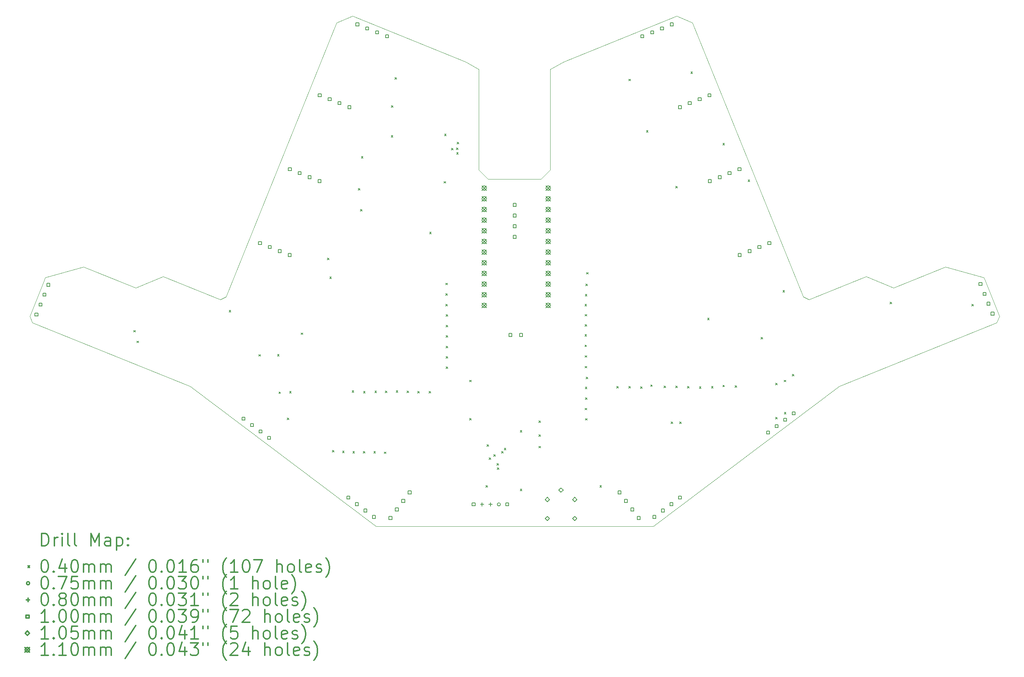
<source format=gbr>
%FSLAX45Y45*%
G04 Gerber Fmt 4.5, Leading zero omitted, Abs format (unit mm)*
G04 Created by KiCad (PCBNEW (5.1.4)-1) date 2023-10-04 21:41:19*
%MOMM*%
%LPD*%
G04 APERTURE LIST*
%ADD10C,0.050000*%
%ADD11C,0.200000*%
%ADD12C,0.300000*%
G04 APERTURE END LIST*
D10*
X14646000Y-7852000D02*
X15907000Y-7852000D01*
X16127000Y-7632000D02*
X15907000Y-7852000D01*
X14426327Y-7632000D02*
X14646000Y-7852000D01*
X5010515Y-9940312D02*
X4097855Y-10197124D01*
X6252941Y-10442285D02*
X5010515Y-9940312D01*
X8266797Y-10716668D02*
X6903837Y-10165997D01*
X4097855Y-10197124D02*
X4067887Y-10271299D01*
X11415472Y-3964517D02*
X11037952Y-4124764D01*
X11037952Y-4124764D02*
X8400722Y-10652139D01*
X8266797Y-10716668D02*
X8400722Y-10652139D01*
X6903837Y-10165997D02*
X6252941Y-10442285D01*
X16127000Y-5232000D02*
X16447000Y-5052000D01*
X19137855Y-3964517D02*
X16447000Y-5052000D01*
X11415472Y-3964517D02*
X14106327Y-5052000D01*
X14426327Y-5232000D02*
X14106327Y-5052000D01*
X14426327Y-5232000D02*
X14426327Y-7632000D01*
X3793304Y-11271251D02*
X7548399Y-12788408D01*
X4067887Y-10271299D02*
X3726995Y-11115036D01*
X3726995Y-11115036D02*
X3793304Y-11271251D01*
X7548399Y-12788408D02*
X11973145Y-16118426D01*
X26455471Y-10197124D02*
X26485440Y-10271299D01*
X26826332Y-11115036D02*
X26760023Y-11271251D01*
X26760023Y-11271251D02*
X23004928Y-12788408D01*
X24300385Y-10442285D02*
X25542812Y-9940312D01*
X22286530Y-10716668D02*
X22152605Y-10652139D01*
X23004928Y-12788408D02*
X18580182Y-16118426D01*
X22286530Y-10716668D02*
X23649490Y-10165997D01*
X26485440Y-10271299D02*
X26826332Y-11115036D01*
X19515374Y-4124764D02*
X22152605Y-10652139D01*
X19137855Y-3964517D02*
X19515374Y-4124764D01*
X25542812Y-9940312D02*
X26455471Y-10197124D01*
X23649490Y-10165997D02*
X24300385Y-10442285D01*
X11973145Y-16118426D02*
X18580182Y-16118426D01*
X16127000Y-5232000D02*
X16127000Y-7632000D01*
D11*
X6202000Y-11452000D02*
X6242000Y-11492000D01*
X6242000Y-11452000D02*
X6202000Y-11492000D01*
X6277000Y-11707000D02*
X6317000Y-11747000D01*
X6317000Y-11707000D02*
X6277000Y-11747000D01*
X8477000Y-10972000D02*
X8517000Y-11012000D01*
X8517000Y-10972000D02*
X8477000Y-11012000D01*
X9182000Y-12027000D02*
X9222000Y-12067000D01*
X9222000Y-12027000D02*
X9182000Y-12067000D01*
X9627000Y-12022000D02*
X9667000Y-12062000D01*
X9667000Y-12022000D02*
X9627000Y-12062000D01*
X9662000Y-12917000D02*
X9702000Y-12957000D01*
X9702000Y-12917000D02*
X9662000Y-12957000D01*
X9862000Y-13537000D02*
X9902000Y-13577000D01*
X9902000Y-13537000D02*
X9862000Y-13577000D01*
X9917000Y-12907000D02*
X9957000Y-12947000D01*
X9957000Y-12907000D02*
X9917000Y-12947000D01*
X10192000Y-11512000D02*
X10232000Y-11552000D01*
X10232000Y-11512000D02*
X10192000Y-11552000D01*
X10817000Y-9732000D02*
X10857000Y-9772000D01*
X10857000Y-9732000D02*
X10817000Y-9772000D01*
X10872000Y-10177000D02*
X10912000Y-10217000D01*
X10912000Y-10177000D02*
X10872000Y-10217000D01*
X10934727Y-14307400D02*
X10974727Y-14347400D01*
X10974727Y-14307400D02*
X10934727Y-14347400D01*
X11177000Y-14327000D02*
X11217000Y-14367000D01*
X11217000Y-14327000D02*
X11177000Y-14367000D01*
X11407000Y-12887000D02*
X11447000Y-12927000D01*
X11447000Y-12887000D02*
X11407000Y-12927000D01*
X11422000Y-14337000D02*
X11462000Y-14377000D01*
X11462000Y-14337000D02*
X11422000Y-14377000D01*
X11552000Y-8067000D02*
X11592000Y-8107000D01*
X11592000Y-8067000D02*
X11552000Y-8107000D01*
X11602000Y-8567000D02*
X11642000Y-8607000D01*
X11642000Y-8567000D02*
X11602000Y-8607000D01*
X11627000Y-7307000D02*
X11667000Y-7347000D01*
X11667000Y-7307000D02*
X11627000Y-7347000D01*
X11672000Y-14332000D02*
X11712000Y-14372000D01*
X11712000Y-14332000D02*
X11672000Y-14372000D01*
X11677000Y-12907000D02*
X11717000Y-12947000D01*
X11717000Y-12907000D02*
X11677000Y-12947000D01*
X11922000Y-14337000D02*
X11962000Y-14377000D01*
X11962000Y-14337000D02*
X11922000Y-14377000D01*
X11947000Y-12897000D02*
X11987000Y-12937000D01*
X11987000Y-12897000D02*
X11947000Y-12937000D01*
X12172000Y-14347000D02*
X12212000Y-14387000D01*
X12212000Y-14347000D02*
X12172000Y-14387000D01*
X12197000Y-12897000D02*
X12237000Y-12937000D01*
X12237000Y-12897000D02*
X12197000Y-12937000D01*
X12337000Y-6807000D02*
X12377000Y-6847000D01*
X12377000Y-6807000D02*
X12337000Y-6847000D01*
X12342000Y-6097000D02*
X12382000Y-6137000D01*
X12382000Y-6097000D02*
X12342000Y-6137000D01*
X12424300Y-5430731D02*
X12464300Y-5470731D01*
X12464300Y-5430731D02*
X12424300Y-5470731D01*
X12457000Y-12887000D02*
X12497000Y-12927000D01*
X12497000Y-12887000D02*
X12457000Y-12927000D01*
X12717000Y-12897000D02*
X12757000Y-12937000D01*
X12757000Y-12897000D02*
X12717000Y-12937000D01*
X12967000Y-12907000D02*
X13007000Y-12947000D01*
X13007000Y-12907000D02*
X12967000Y-12947000D01*
X13237000Y-12907000D02*
X13277000Y-12947000D01*
X13277000Y-12907000D02*
X13237000Y-12947000D01*
X13252000Y-9112000D02*
X13292000Y-9152000D01*
X13292000Y-9112000D02*
X13252000Y-9152000D01*
X13594006Y-7903608D02*
X13634006Y-7943608D01*
X13634006Y-7903608D02*
X13594006Y-7943608D01*
X13607000Y-6777000D02*
X13647000Y-6817000D01*
X13647000Y-6777000D02*
X13607000Y-6817000D01*
X13637000Y-10327000D02*
X13677000Y-10367000D01*
X13677000Y-10327000D02*
X13637000Y-10367000D01*
X13637000Y-10577000D02*
X13677000Y-10617000D01*
X13677000Y-10577000D02*
X13637000Y-10617000D01*
X13637000Y-10827000D02*
X13677000Y-10867000D01*
X13677000Y-10827000D02*
X13637000Y-10867000D01*
X13647000Y-11077000D02*
X13687000Y-11117000D01*
X13687000Y-11077000D02*
X13647000Y-11117000D01*
X13647000Y-11327000D02*
X13687000Y-11367000D01*
X13687000Y-11327000D02*
X13647000Y-11367000D01*
X13647000Y-11577000D02*
X13687000Y-11617000D01*
X13687000Y-11577000D02*
X13647000Y-11617000D01*
X13647000Y-11827000D02*
X13687000Y-11867000D01*
X13687000Y-11827000D02*
X13647000Y-11867000D01*
X13647000Y-12077000D02*
X13687000Y-12117000D01*
X13687000Y-12077000D02*
X13647000Y-12117000D01*
X13647000Y-12322000D02*
X13687000Y-12362000D01*
X13687000Y-12322000D02*
X13647000Y-12362000D01*
X13775293Y-7115019D02*
X13815293Y-7155019D01*
X13815293Y-7115019D02*
X13775293Y-7155019D01*
X13892000Y-7107000D02*
X13932000Y-7147000D01*
X13932000Y-7107000D02*
X13892000Y-7147000D01*
X13894300Y-7211965D02*
X13934300Y-7251965D01*
X13934300Y-7211965D02*
X13894300Y-7251965D01*
X13906723Y-6967555D02*
X13946723Y-7007555D01*
X13946723Y-6967555D02*
X13906723Y-7007555D01*
X14207000Y-12637000D02*
X14247000Y-12677000D01*
X14247000Y-12637000D02*
X14207000Y-12677000D01*
X14207000Y-13547000D02*
X14247000Y-13587000D01*
X14247000Y-13547000D02*
X14207000Y-13587000D01*
X14592000Y-15147000D02*
X14632000Y-15187000D01*
X14632000Y-15147000D02*
X14592000Y-15187000D01*
X14617288Y-14174701D02*
X14657288Y-14214701D01*
X14657288Y-14174701D02*
X14617288Y-14214701D01*
X14672000Y-14487000D02*
X14712000Y-14527000D01*
X14712000Y-14487000D02*
X14672000Y-14527000D01*
X14778952Y-14410435D02*
X14818952Y-14450435D01*
X14818952Y-14410435D02*
X14778952Y-14450435D01*
X14859122Y-14621843D02*
X14899122Y-14661843D01*
X14899122Y-14621843D02*
X14859122Y-14661843D01*
X14866120Y-14721599D02*
X14906120Y-14761599D01*
X14906120Y-14721599D02*
X14866120Y-14761599D01*
X14968836Y-14337734D02*
X15008836Y-14377734D01*
X15008836Y-14337734D02*
X14968836Y-14377734D01*
X15028786Y-14257696D02*
X15068786Y-14297696D01*
X15068786Y-14257696D02*
X15028786Y-14297696D01*
X15411000Y-13833000D02*
X15451000Y-13873000D01*
X15451000Y-13833000D02*
X15411000Y-13873000D01*
X15411000Y-15233000D02*
X15451000Y-15273000D01*
X15451000Y-15233000D02*
X15411000Y-15273000D01*
X15852802Y-13937000D02*
X15892802Y-13977000D01*
X15892802Y-13937000D02*
X15852802Y-13977000D01*
X15852802Y-14212294D02*
X15892802Y-14252294D01*
X15892802Y-14212294D02*
X15852802Y-14252294D01*
X15854299Y-13607000D02*
X15894299Y-13647000D01*
X15894299Y-13607000D02*
X15854299Y-13647000D01*
X16951430Y-11552300D02*
X16991430Y-11592300D01*
X16991430Y-11552300D02*
X16951430Y-11592300D01*
X16951430Y-11798680D02*
X16991430Y-11838680D01*
X16991430Y-11798680D02*
X16951430Y-11838680D01*
X16952700Y-10832210D02*
X16992700Y-10872210D01*
X16992700Y-10832210D02*
X16952700Y-10872210D01*
X16955240Y-12306680D02*
X16995240Y-12346680D01*
X16995240Y-12306680D02*
X16955240Y-12346680D01*
X16957000Y-13307000D02*
X16997000Y-13347000D01*
X16997000Y-13307000D02*
X16957000Y-13347000D01*
X16957780Y-11311000D02*
X16997780Y-11351000D01*
X16997780Y-11311000D02*
X16957780Y-11351000D01*
X16959050Y-11070970D02*
X16999050Y-11110970D01*
X16999050Y-11070970D02*
X16959050Y-11110970D01*
X16959050Y-12053950D02*
X16999050Y-12093950D01*
X16999050Y-12053950D02*
X16959050Y-12093950D01*
X16960320Y-10590910D02*
X17000320Y-10630910D01*
X17000320Y-10590910D02*
X16960320Y-10630910D01*
X16960320Y-12804520D02*
X17000320Y-12844520D01*
X17000320Y-12804520D02*
X16960320Y-12844520D01*
X16962000Y-13552000D02*
X17002000Y-13592000D01*
X17002000Y-13552000D02*
X16962000Y-13592000D01*
X16967000Y-13057000D02*
X17007000Y-13097000D01*
X17007000Y-13057000D02*
X16967000Y-13097000D01*
X16975560Y-10347070D02*
X17015560Y-10387070D01*
X17015560Y-10347070D02*
X16975560Y-10387070D01*
X16984450Y-12563220D02*
X17024450Y-12603220D01*
X17024450Y-12563220D02*
X16984450Y-12603220D01*
X16986990Y-10071480D02*
X17026990Y-10111480D01*
X17026990Y-10071480D02*
X16986990Y-10111480D01*
X17307000Y-15147000D02*
X17347000Y-15187000D01*
X17347000Y-15147000D02*
X17307000Y-15187000D01*
X17707000Y-12787000D02*
X17747000Y-12827000D01*
X17747000Y-12787000D02*
X17707000Y-12827000D01*
X17997000Y-12787000D02*
X18037000Y-12827000D01*
X18037000Y-12787000D02*
X17997000Y-12827000D01*
X17998560Y-5465824D02*
X18038560Y-5505824D01*
X18038560Y-5465824D02*
X17998560Y-5505824D01*
X18277000Y-12797000D02*
X18317000Y-12837000D01*
X18317000Y-12797000D02*
X18277000Y-12837000D01*
X18415740Y-6690740D02*
X18455740Y-6730740D01*
X18455740Y-6690740D02*
X18415740Y-6730740D01*
X18517000Y-12747000D02*
X18557000Y-12787000D01*
X18557000Y-12747000D02*
X18517000Y-12787000D01*
X18837000Y-12777000D02*
X18877000Y-12817000D01*
X18877000Y-12777000D02*
X18837000Y-12817000D01*
X19007000Y-13632000D02*
X19047000Y-13672000D01*
X19047000Y-13632000D02*
X19007000Y-13672000D01*
X19117000Y-8017000D02*
X19157000Y-8057000D01*
X19157000Y-8017000D02*
X19117000Y-8057000D01*
X19117000Y-12777000D02*
X19157000Y-12817000D01*
X19157000Y-12777000D02*
X19117000Y-12817000D01*
X19209692Y-13631661D02*
X19249692Y-13671661D01*
X19249692Y-13631661D02*
X19209692Y-13671661D01*
X19397000Y-12787000D02*
X19437000Y-12827000D01*
X19437000Y-12787000D02*
X19397000Y-12827000D01*
X19474500Y-5294500D02*
X19514500Y-5334500D01*
X19514500Y-5294500D02*
X19474500Y-5334500D01*
X19677000Y-12797000D02*
X19717000Y-12837000D01*
X19717000Y-12797000D02*
X19677000Y-12837000D01*
X19872000Y-11162000D02*
X19912000Y-11202000D01*
X19912000Y-11162000D02*
X19872000Y-11202000D01*
X19967000Y-12787000D02*
X20007000Y-12827000D01*
X20007000Y-12787000D02*
X19967000Y-12827000D01*
X20237000Y-6997000D02*
X20277000Y-7037000D01*
X20277000Y-6997000D02*
X20237000Y-7037000D01*
X20237000Y-12757000D02*
X20277000Y-12797000D01*
X20277000Y-12757000D02*
X20237000Y-12797000D01*
X20527000Y-12767000D02*
X20567000Y-12807000D01*
X20567000Y-12767000D02*
X20527000Y-12807000D01*
X20837000Y-7867000D02*
X20877000Y-7907000D01*
X20877000Y-7867000D02*
X20837000Y-7907000D01*
X21147000Y-11617000D02*
X21187000Y-11657000D01*
X21187000Y-11617000D02*
X21147000Y-11657000D01*
X21497000Y-12712000D02*
X21537000Y-12752000D01*
X21537000Y-12712000D02*
X21497000Y-12752000D01*
X21497000Y-13522000D02*
X21537000Y-13562000D01*
X21537000Y-13522000D02*
X21497000Y-13562000D01*
X21667000Y-10497000D02*
X21707000Y-10537000D01*
X21707000Y-10497000D02*
X21667000Y-10537000D01*
X21697000Y-12637000D02*
X21737000Y-12677000D01*
X21737000Y-12637000D02*
X21697000Y-12677000D01*
X21702000Y-13402000D02*
X21742000Y-13442000D01*
X21742000Y-13402000D02*
X21702000Y-13442000D01*
X21892000Y-12497000D02*
X21932000Y-12537000D01*
X21932000Y-12497000D02*
X21892000Y-12537000D01*
X24219026Y-10779026D02*
X24259026Y-10819026D01*
X24259026Y-10779026D02*
X24219026Y-10819026D01*
X26167978Y-10827979D02*
X26207978Y-10867979D01*
X26207978Y-10827979D02*
X26167978Y-10867979D01*
X14939500Y-15597000D02*
G75*
G03X14939500Y-15597000I-37500J0D01*
G01*
X14502000Y-15557000D02*
X14502000Y-15637000D01*
X14462000Y-15597000D02*
X14542000Y-15597000D01*
X14702000Y-15557000D02*
X14702000Y-15637000D01*
X14662000Y-15597000D02*
X14742000Y-15597000D01*
X12353793Y-15956165D02*
X12353793Y-15885454D01*
X12283082Y-15885454D01*
X12283082Y-15956165D01*
X12353793Y-15956165D01*
X12506654Y-15753312D02*
X12506654Y-15682600D01*
X12435943Y-15682600D01*
X12435943Y-15753312D01*
X12506654Y-15753312D01*
X12659515Y-15550458D02*
X12659515Y-15479747D01*
X12588804Y-15479747D01*
X12588804Y-15550458D01*
X12659515Y-15550458D01*
X12812376Y-15347605D02*
X12812376Y-15276893D01*
X12741665Y-15276893D01*
X12741665Y-15347605D01*
X12812376Y-15347605D01*
X3921905Y-11108870D02*
X3921905Y-11038158D01*
X3851194Y-11038158D01*
X3851194Y-11108870D01*
X3921905Y-11108870D01*
X4017056Y-10873365D02*
X4017056Y-10802654D01*
X3946344Y-10802654D01*
X3946344Y-10873365D01*
X4017056Y-10873365D01*
X4112206Y-10637860D02*
X4112206Y-10567149D01*
X4041494Y-10567149D01*
X4041494Y-10637860D01*
X4112206Y-10637860D01*
X4207356Y-10402356D02*
X4207356Y-10331644D01*
X4136644Y-10331644D01*
X4136644Y-10402356D01*
X4207356Y-10402356D01*
X26410751Y-10381314D02*
X26410751Y-10310603D01*
X26340039Y-10310603D01*
X26340039Y-10381314D01*
X26410751Y-10381314D01*
X26505901Y-10616819D02*
X26505901Y-10546108D01*
X26435189Y-10546108D01*
X26435189Y-10616819D01*
X26505901Y-10616819D01*
X26601051Y-10852324D02*
X26601051Y-10781612D01*
X26530339Y-10781612D01*
X26530339Y-10852324D01*
X26601051Y-10852324D01*
X26696201Y-11087829D02*
X26696201Y-11017117D01*
X26625490Y-11017117D01*
X26625490Y-11087829D01*
X26696201Y-11087829D01*
X11567235Y-4197250D02*
X11567235Y-4126539D01*
X11496524Y-4126539D01*
X11496524Y-4197250D01*
X11567235Y-4197250D01*
X11802740Y-4292400D02*
X11802740Y-4221689D01*
X11732028Y-4221689D01*
X11732028Y-4292400D01*
X11802740Y-4292400D01*
X12038245Y-4387550D02*
X12038245Y-4316839D01*
X11967533Y-4316839D01*
X11967533Y-4387550D01*
X12038245Y-4387550D01*
X12273749Y-4482700D02*
X12273749Y-4411989D01*
X12203038Y-4411989D01*
X12203038Y-4482700D01*
X12273749Y-4482700D01*
X19249438Y-6169286D02*
X19249438Y-6098574D01*
X19178727Y-6098574D01*
X19178727Y-6169286D01*
X19249438Y-6169286D01*
X19484943Y-6074136D02*
X19484943Y-6003424D01*
X19414231Y-6003424D01*
X19414231Y-6074136D01*
X19484943Y-6074136D01*
X19720447Y-5978986D02*
X19720447Y-5908274D01*
X19649736Y-5908274D01*
X19649736Y-5978986D01*
X19720447Y-5978986D01*
X19955952Y-5883836D02*
X19955952Y-5813124D01*
X19885241Y-5813124D01*
X19885241Y-5883836D01*
X19955952Y-5883836D01*
X9958293Y-7645627D02*
X9958293Y-7574916D01*
X9887582Y-7574916D01*
X9887582Y-7645627D01*
X9958293Y-7645627D01*
X10193798Y-7740777D02*
X10193798Y-7670066D01*
X10123087Y-7670066D01*
X10123087Y-7740777D01*
X10193798Y-7740777D01*
X10429303Y-7835927D02*
X10429303Y-7765216D01*
X10358591Y-7765216D01*
X10358591Y-7835927D01*
X10429303Y-7835927D01*
X10664808Y-7931078D02*
X10664808Y-7860366D01*
X10594096Y-7860366D01*
X10594096Y-7931078D01*
X10664808Y-7931078D01*
X8853795Y-13588773D02*
X8853795Y-13518061D01*
X8783084Y-13518061D01*
X8783084Y-13588773D01*
X8853795Y-13588773D01*
X9056649Y-13741634D02*
X9056649Y-13670922D01*
X8985938Y-13670922D01*
X8985938Y-13741634D01*
X9056649Y-13741634D01*
X9259502Y-13894495D02*
X9259502Y-13823783D01*
X9188791Y-13823783D01*
X9188791Y-13894495D01*
X9259502Y-13894495D01*
X9462356Y-14047356D02*
X9462356Y-13976644D01*
X9391644Y-13976644D01*
X9391644Y-14047356D01*
X9462356Y-14047356D01*
X17812629Y-15347667D02*
X17812629Y-15276956D01*
X17741918Y-15276956D01*
X17741918Y-15347667D01*
X17812629Y-15347667D01*
X17965490Y-15550521D02*
X17965490Y-15479809D01*
X17894779Y-15479809D01*
X17894779Y-15550521D01*
X17965490Y-15550521D01*
X18118351Y-15753374D02*
X18118351Y-15682663D01*
X18047640Y-15682663D01*
X18047640Y-15753374D01*
X18118351Y-15753374D01*
X18271212Y-15956228D02*
X18271212Y-15885516D01*
X18200501Y-15885516D01*
X18200501Y-15956228D01*
X18271212Y-15956228D01*
X18352249Y-4482558D02*
X18352249Y-4411846D01*
X18281537Y-4411846D01*
X18281537Y-4482558D01*
X18352249Y-4482558D01*
X18587753Y-4387408D02*
X18587753Y-4316696D01*
X18517042Y-4316696D01*
X18517042Y-4387408D01*
X18587753Y-4387408D01*
X18823258Y-4292258D02*
X18823258Y-4221546D01*
X18752547Y-4221546D01*
X18752547Y-4292258D01*
X18823258Y-4292258D01*
X19058763Y-4197108D02*
X19058763Y-4126396D01*
X18988051Y-4126396D01*
X18988051Y-4197108D01*
X19058763Y-4197108D01*
X21349232Y-13921320D02*
X21349232Y-13850609D01*
X21278521Y-13850609D01*
X21278521Y-13921320D01*
X21349232Y-13921320D01*
X21552086Y-13768459D02*
X21552086Y-13697748D01*
X21481374Y-13697748D01*
X21481374Y-13768459D01*
X21552086Y-13768459D01*
X21754939Y-13615598D02*
X21754939Y-13544887D01*
X21684228Y-13544887D01*
X21684228Y-13615598D01*
X21754939Y-13615598D01*
X21957793Y-13462737D02*
X21957793Y-13392026D01*
X21887081Y-13392026D01*
X21887081Y-13462737D01*
X21957793Y-13462737D01*
X18643795Y-15930939D02*
X18643795Y-15860227D01*
X18573084Y-15860227D01*
X18573084Y-15930939D01*
X18643795Y-15930939D01*
X18846649Y-15778078D02*
X18846649Y-15707366D01*
X18775938Y-15707366D01*
X18775938Y-15778078D01*
X18846649Y-15778078D01*
X19049502Y-15625217D02*
X19049502Y-15554505D01*
X18978791Y-15554505D01*
X18978791Y-15625217D01*
X19049502Y-15625217D01*
X19252356Y-15472356D02*
X19252356Y-15401644D01*
X19181644Y-15401644D01*
X19181644Y-15472356D01*
X19252356Y-15472356D01*
X19961190Y-7930935D02*
X19961190Y-7860224D01*
X19890479Y-7860224D01*
X19890479Y-7930935D01*
X19961190Y-7930935D01*
X20196695Y-7835785D02*
X20196695Y-7765074D01*
X20125984Y-7765074D01*
X20125984Y-7835785D01*
X20196695Y-7835785D01*
X20432200Y-7740635D02*
X20432200Y-7669924D01*
X20361488Y-7669924D01*
X20361488Y-7740635D01*
X20432200Y-7740635D01*
X20667705Y-7645485D02*
X20667705Y-7574773D01*
X20596993Y-7574773D01*
X20596993Y-7645485D01*
X20667705Y-7645485D01*
X15312356Y-8497356D02*
X15312356Y-8426644D01*
X15241644Y-8426644D01*
X15241644Y-8497356D01*
X15312356Y-8497356D01*
X15312356Y-8751356D02*
X15312356Y-8680644D01*
X15241644Y-8680644D01*
X15241644Y-8751356D01*
X15312356Y-8751356D01*
X15312356Y-9005356D02*
X15312356Y-8934644D01*
X15241644Y-8934644D01*
X15241644Y-9005356D01*
X15312356Y-9005356D01*
X15312356Y-9259356D02*
X15312356Y-9188644D01*
X15241644Y-9188644D01*
X15241644Y-9259356D01*
X15312356Y-9259356D01*
X15212356Y-11597356D02*
X15212356Y-11526644D01*
X15141644Y-11526644D01*
X15141644Y-11597356D01*
X15212356Y-11597356D01*
X15466356Y-11597356D02*
X15466356Y-11526644D01*
X15395644Y-11526644D01*
X15395644Y-11597356D01*
X15466356Y-11597356D01*
X10670046Y-5883978D02*
X10670046Y-5813267D01*
X10599335Y-5813267D01*
X10599335Y-5883978D01*
X10670046Y-5883978D01*
X10905551Y-5979128D02*
X10905551Y-5908417D01*
X10834839Y-5908417D01*
X10834839Y-5979128D01*
X10905551Y-5979128D01*
X11141055Y-6074278D02*
X11141055Y-6003567D01*
X11070344Y-6003567D01*
X11070344Y-6074278D01*
X11141055Y-6074278D01*
X11376560Y-6169428D02*
X11376560Y-6098717D01*
X11305849Y-6098717D01*
X11305849Y-6169428D01*
X11376560Y-6169428D01*
X9246541Y-9407277D02*
X9246541Y-9336565D01*
X9175829Y-9336565D01*
X9175829Y-9407277D01*
X9246541Y-9407277D01*
X9482046Y-9502427D02*
X9482046Y-9431715D01*
X9411334Y-9431715D01*
X9411334Y-9502427D01*
X9482046Y-9502427D01*
X9717550Y-9597577D02*
X9717550Y-9526865D01*
X9646839Y-9526865D01*
X9646839Y-9597577D01*
X9717550Y-9597577D01*
X9953055Y-9692727D02*
X9953055Y-9622016D01*
X9882344Y-9622016D01*
X9882344Y-9692727D01*
X9953055Y-9692727D01*
X14337356Y-15632356D02*
X14337356Y-15561644D01*
X14266644Y-15561644D01*
X14266644Y-15632356D01*
X14337356Y-15632356D01*
X15137356Y-15632356D02*
X15137356Y-15561644D01*
X15066644Y-15561644D01*
X15066644Y-15632356D01*
X15137356Y-15632356D01*
X20672943Y-9692584D02*
X20672943Y-9621873D01*
X20602232Y-9621873D01*
X20602232Y-9692584D01*
X20672943Y-9692584D01*
X20908448Y-9597434D02*
X20908448Y-9526723D01*
X20837736Y-9526723D01*
X20837736Y-9597434D01*
X20908448Y-9597434D01*
X21143952Y-9502284D02*
X21143952Y-9431573D01*
X21073241Y-9431573D01*
X21073241Y-9502284D01*
X21143952Y-9502284D01*
X21379457Y-9407134D02*
X21379457Y-9336423D01*
X21308746Y-9336423D01*
X21308746Y-9407134D01*
X21379457Y-9407134D01*
X11352356Y-15472356D02*
X11352356Y-15401644D01*
X11281644Y-15401644D01*
X11281644Y-15472356D01*
X11352356Y-15472356D01*
X11555209Y-15625217D02*
X11555209Y-15554505D01*
X11484498Y-15554505D01*
X11484498Y-15625217D01*
X11555209Y-15625217D01*
X11758062Y-15778078D02*
X11758062Y-15707366D01*
X11687351Y-15707366D01*
X11687351Y-15778078D01*
X11758062Y-15778078D01*
X11960916Y-15930939D02*
X11960916Y-15860227D01*
X11890205Y-15860227D01*
X11890205Y-15930939D01*
X11960916Y-15930939D01*
X16057000Y-15534500D02*
X16109500Y-15482000D01*
X16057000Y-15429500D01*
X16004500Y-15482000D01*
X16057000Y-15534500D01*
X16057000Y-15984500D02*
X16109500Y-15932000D01*
X16057000Y-15879500D01*
X16004500Y-15932000D01*
X16057000Y-15984500D01*
X16382000Y-15309500D02*
X16434500Y-15257000D01*
X16382000Y-15204500D01*
X16329500Y-15257000D01*
X16382000Y-15309500D01*
X16707000Y-15534500D02*
X16759500Y-15482000D01*
X16707000Y-15429500D01*
X16654500Y-15482000D01*
X16707000Y-15534500D01*
X16707000Y-15984500D02*
X16759500Y-15932000D01*
X16707000Y-15879500D01*
X16654500Y-15932000D01*
X16707000Y-15984500D01*
X14498000Y-8007000D02*
X14608000Y-8117000D01*
X14608000Y-8007000D02*
X14498000Y-8117000D01*
X14608000Y-8062000D02*
G75*
G03X14608000Y-8062000I-55000J0D01*
G01*
X14498000Y-8261000D02*
X14608000Y-8371000D01*
X14608000Y-8261000D02*
X14498000Y-8371000D01*
X14608000Y-8316000D02*
G75*
G03X14608000Y-8316000I-55000J0D01*
G01*
X14498000Y-8515000D02*
X14608000Y-8625000D01*
X14608000Y-8515000D02*
X14498000Y-8625000D01*
X14608000Y-8570000D02*
G75*
G03X14608000Y-8570000I-55000J0D01*
G01*
X14498000Y-8769000D02*
X14608000Y-8879000D01*
X14608000Y-8769000D02*
X14498000Y-8879000D01*
X14608000Y-8824000D02*
G75*
G03X14608000Y-8824000I-55000J0D01*
G01*
X14498000Y-9023000D02*
X14608000Y-9133000D01*
X14608000Y-9023000D02*
X14498000Y-9133000D01*
X14608000Y-9078000D02*
G75*
G03X14608000Y-9078000I-55000J0D01*
G01*
X14498000Y-9277000D02*
X14608000Y-9387000D01*
X14608000Y-9277000D02*
X14498000Y-9387000D01*
X14608000Y-9332000D02*
G75*
G03X14608000Y-9332000I-55000J0D01*
G01*
X14498000Y-9531000D02*
X14608000Y-9641000D01*
X14608000Y-9531000D02*
X14498000Y-9641000D01*
X14608000Y-9586000D02*
G75*
G03X14608000Y-9586000I-55000J0D01*
G01*
X14498000Y-9785000D02*
X14608000Y-9895000D01*
X14608000Y-9785000D02*
X14498000Y-9895000D01*
X14608000Y-9840000D02*
G75*
G03X14608000Y-9840000I-55000J0D01*
G01*
X14498000Y-10039000D02*
X14608000Y-10149000D01*
X14608000Y-10039000D02*
X14498000Y-10149000D01*
X14608000Y-10094000D02*
G75*
G03X14608000Y-10094000I-55000J0D01*
G01*
X14498000Y-10293000D02*
X14608000Y-10403000D01*
X14608000Y-10293000D02*
X14498000Y-10403000D01*
X14608000Y-10348000D02*
G75*
G03X14608000Y-10348000I-55000J0D01*
G01*
X14498000Y-10547000D02*
X14608000Y-10657000D01*
X14608000Y-10547000D02*
X14498000Y-10657000D01*
X14608000Y-10602000D02*
G75*
G03X14608000Y-10602000I-55000J0D01*
G01*
X14498000Y-10801000D02*
X14608000Y-10911000D01*
X14608000Y-10801000D02*
X14498000Y-10911000D01*
X14608000Y-10856000D02*
G75*
G03X14608000Y-10856000I-55000J0D01*
G01*
X16022000Y-8007000D02*
X16132000Y-8117000D01*
X16132000Y-8007000D02*
X16022000Y-8117000D01*
X16132000Y-8062000D02*
G75*
G03X16132000Y-8062000I-55000J0D01*
G01*
X16022000Y-8261000D02*
X16132000Y-8371000D01*
X16132000Y-8261000D02*
X16022000Y-8371000D01*
X16132000Y-8316000D02*
G75*
G03X16132000Y-8316000I-55000J0D01*
G01*
X16022000Y-8515000D02*
X16132000Y-8625000D01*
X16132000Y-8515000D02*
X16022000Y-8625000D01*
X16132000Y-8570000D02*
G75*
G03X16132000Y-8570000I-55000J0D01*
G01*
X16022000Y-8769000D02*
X16132000Y-8879000D01*
X16132000Y-8769000D02*
X16022000Y-8879000D01*
X16132000Y-8824000D02*
G75*
G03X16132000Y-8824000I-55000J0D01*
G01*
X16022000Y-9023000D02*
X16132000Y-9133000D01*
X16132000Y-9023000D02*
X16022000Y-9133000D01*
X16132000Y-9078000D02*
G75*
G03X16132000Y-9078000I-55000J0D01*
G01*
X16022000Y-9277000D02*
X16132000Y-9387000D01*
X16132000Y-9277000D02*
X16022000Y-9387000D01*
X16132000Y-9332000D02*
G75*
G03X16132000Y-9332000I-55000J0D01*
G01*
X16022000Y-9531000D02*
X16132000Y-9641000D01*
X16132000Y-9531000D02*
X16022000Y-9641000D01*
X16132000Y-9586000D02*
G75*
G03X16132000Y-9586000I-55000J0D01*
G01*
X16022000Y-9785000D02*
X16132000Y-9895000D01*
X16132000Y-9785000D02*
X16022000Y-9895000D01*
X16132000Y-9840000D02*
G75*
G03X16132000Y-9840000I-55000J0D01*
G01*
X16022000Y-10039000D02*
X16132000Y-10149000D01*
X16132000Y-10039000D02*
X16022000Y-10149000D01*
X16132000Y-10094000D02*
G75*
G03X16132000Y-10094000I-55000J0D01*
G01*
X16022000Y-10293000D02*
X16132000Y-10403000D01*
X16132000Y-10293000D02*
X16022000Y-10403000D01*
X16132000Y-10348000D02*
G75*
G03X16132000Y-10348000I-55000J0D01*
G01*
X16022000Y-10547000D02*
X16132000Y-10657000D01*
X16132000Y-10547000D02*
X16022000Y-10657000D01*
X16132000Y-10602000D02*
G75*
G03X16132000Y-10602000I-55000J0D01*
G01*
X16022000Y-10801000D02*
X16132000Y-10911000D01*
X16132000Y-10801000D02*
X16022000Y-10911000D01*
X16132000Y-10856000D02*
G75*
G03X16132000Y-10856000I-55000J0D01*
G01*
D12*
X4010923Y-16586640D02*
X4010923Y-16286640D01*
X4082352Y-16286640D01*
X4125209Y-16300926D01*
X4153780Y-16329497D01*
X4168066Y-16358069D01*
X4182352Y-16415212D01*
X4182352Y-16458069D01*
X4168066Y-16515212D01*
X4153780Y-16543783D01*
X4125209Y-16572354D01*
X4082352Y-16586640D01*
X4010923Y-16586640D01*
X4310923Y-16586640D02*
X4310923Y-16386640D01*
X4310923Y-16443783D02*
X4325209Y-16415212D01*
X4339495Y-16400926D01*
X4368066Y-16386640D01*
X4396638Y-16386640D01*
X4496638Y-16586640D02*
X4496638Y-16386640D01*
X4496638Y-16286640D02*
X4482352Y-16300926D01*
X4496638Y-16315212D01*
X4510923Y-16300926D01*
X4496638Y-16286640D01*
X4496638Y-16315212D01*
X4682352Y-16586640D02*
X4653780Y-16572354D01*
X4639495Y-16543783D01*
X4639495Y-16286640D01*
X4839495Y-16586640D02*
X4810923Y-16572354D01*
X4796638Y-16543783D01*
X4796638Y-16286640D01*
X5182352Y-16586640D02*
X5182352Y-16286640D01*
X5282352Y-16500926D01*
X5382352Y-16286640D01*
X5382352Y-16586640D01*
X5653780Y-16586640D02*
X5653780Y-16429497D01*
X5639495Y-16400926D01*
X5610923Y-16386640D01*
X5553780Y-16386640D01*
X5525209Y-16400926D01*
X5653780Y-16572354D02*
X5625209Y-16586640D01*
X5553780Y-16586640D01*
X5525209Y-16572354D01*
X5510923Y-16543783D01*
X5510923Y-16515212D01*
X5525209Y-16486640D01*
X5553780Y-16472354D01*
X5625209Y-16472354D01*
X5653780Y-16458069D01*
X5796637Y-16386640D02*
X5796637Y-16686640D01*
X5796637Y-16400926D02*
X5825209Y-16386640D01*
X5882352Y-16386640D01*
X5910923Y-16400926D01*
X5925209Y-16415212D01*
X5939495Y-16443783D01*
X5939495Y-16529497D01*
X5925209Y-16558069D01*
X5910923Y-16572354D01*
X5882352Y-16586640D01*
X5825209Y-16586640D01*
X5796637Y-16572354D01*
X6068066Y-16558069D02*
X6082352Y-16572354D01*
X6068066Y-16586640D01*
X6053780Y-16572354D01*
X6068066Y-16558069D01*
X6068066Y-16586640D01*
X6068066Y-16400926D02*
X6082352Y-16415212D01*
X6068066Y-16429497D01*
X6053780Y-16415212D01*
X6068066Y-16400926D01*
X6068066Y-16429497D01*
X3684495Y-17060926D02*
X3724495Y-17100926D01*
X3724495Y-17060926D02*
X3684495Y-17100926D01*
X4068066Y-16916640D02*
X4096637Y-16916640D01*
X4125209Y-16930926D01*
X4139495Y-16945212D01*
X4153780Y-16973783D01*
X4168066Y-17030926D01*
X4168066Y-17102354D01*
X4153780Y-17159497D01*
X4139495Y-17188069D01*
X4125209Y-17202354D01*
X4096637Y-17216640D01*
X4068066Y-17216640D01*
X4039495Y-17202354D01*
X4025209Y-17188069D01*
X4010923Y-17159497D01*
X3996637Y-17102354D01*
X3996637Y-17030926D01*
X4010923Y-16973783D01*
X4025209Y-16945212D01*
X4039495Y-16930926D01*
X4068066Y-16916640D01*
X4296638Y-17188069D02*
X4310923Y-17202354D01*
X4296638Y-17216640D01*
X4282352Y-17202354D01*
X4296638Y-17188069D01*
X4296638Y-17216640D01*
X4568066Y-17016640D02*
X4568066Y-17216640D01*
X4496638Y-16902354D02*
X4425209Y-17116640D01*
X4610923Y-17116640D01*
X4782352Y-16916640D02*
X4810923Y-16916640D01*
X4839495Y-16930926D01*
X4853780Y-16945212D01*
X4868066Y-16973783D01*
X4882352Y-17030926D01*
X4882352Y-17102354D01*
X4868066Y-17159497D01*
X4853780Y-17188069D01*
X4839495Y-17202354D01*
X4810923Y-17216640D01*
X4782352Y-17216640D01*
X4753780Y-17202354D01*
X4739495Y-17188069D01*
X4725209Y-17159497D01*
X4710923Y-17102354D01*
X4710923Y-17030926D01*
X4725209Y-16973783D01*
X4739495Y-16945212D01*
X4753780Y-16930926D01*
X4782352Y-16916640D01*
X5010923Y-17216640D02*
X5010923Y-17016640D01*
X5010923Y-17045212D02*
X5025209Y-17030926D01*
X5053780Y-17016640D01*
X5096638Y-17016640D01*
X5125209Y-17030926D01*
X5139495Y-17059497D01*
X5139495Y-17216640D01*
X5139495Y-17059497D02*
X5153780Y-17030926D01*
X5182352Y-17016640D01*
X5225209Y-17016640D01*
X5253780Y-17030926D01*
X5268066Y-17059497D01*
X5268066Y-17216640D01*
X5410923Y-17216640D02*
X5410923Y-17016640D01*
X5410923Y-17045212D02*
X5425209Y-17030926D01*
X5453780Y-17016640D01*
X5496638Y-17016640D01*
X5525209Y-17030926D01*
X5539495Y-17059497D01*
X5539495Y-17216640D01*
X5539495Y-17059497D02*
X5553780Y-17030926D01*
X5582352Y-17016640D01*
X5625209Y-17016640D01*
X5653780Y-17030926D01*
X5668066Y-17059497D01*
X5668066Y-17216640D01*
X6253780Y-16902354D02*
X5996637Y-17288069D01*
X6639495Y-16916640D02*
X6668066Y-16916640D01*
X6696637Y-16930926D01*
X6710923Y-16945212D01*
X6725209Y-16973783D01*
X6739495Y-17030926D01*
X6739495Y-17102354D01*
X6725209Y-17159497D01*
X6710923Y-17188069D01*
X6696637Y-17202354D01*
X6668066Y-17216640D01*
X6639495Y-17216640D01*
X6610923Y-17202354D01*
X6596637Y-17188069D01*
X6582352Y-17159497D01*
X6568066Y-17102354D01*
X6568066Y-17030926D01*
X6582352Y-16973783D01*
X6596637Y-16945212D01*
X6610923Y-16930926D01*
X6639495Y-16916640D01*
X6868066Y-17188069D02*
X6882352Y-17202354D01*
X6868066Y-17216640D01*
X6853780Y-17202354D01*
X6868066Y-17188069D01*
X6868066Y-17216640D01*
X7068066Y-16916640D02*
X7096637Y-16916640D01*
X7125209Y-16930926D01*
X7139495Y-16945212D01*
X7153780Y-16973783D01*
X7168066Y-17030926D01*
X7168066Y-17102354D01*
X7153780Y-17159497D01*
X7139495Y-17188069D01*
X7125209Y-17202354D01*
X7096637Y-17216640D01*
X7068066Y-17216640D01*
X7039495Y-17202354D01*
X7025209Y-17188069D01*
X7010923Y-17159497D01*
X6996637Y-17102354D01*
X6996637Y-17030926D01*
X7010923Y-16973783D01*
X7025209Y-16945212D01*
X7039495Y-16930926D01*
X7068066Y-16916640D01*
X7453780Y-17216640D02*
X7282352Y-17216640D01*
X7368066Y-17216640D02*
X7368066Y-16916640D01*
X7339495Y-16959497D01*
X7310923Y-16988069D01*
X7282352Y-17002354D01*
X7710923Y-16916640D02*
X7653780Y-16916640D01*
X7625209Y-16930926D01*
X7610923Y-16945212D01*
X7582352Y-16988069D01*
X7568066Y-17045212D01*
X7568066Y-17159497D01*
X7582352Y-17188069D01*
X7596637Y-17202354D01*
X7625209Y-17216640D01*
X7682352Y-17216640D01*
X7710923Y-17202354D01*
X7725209Y-17188069D01*
X7739495Y-17159497D01*
X7739495Y-17088069D01*
X7725209Y-17059497D01*
X7710923Y-17045212D01*
X7682352Y-17030926D01*
X7625209Y-17030926D01*
X7596637Y-17045212D01*
X7582352Y-17059497D01*
X7568066Y-17088069D01*
X7853780Y-16916640D02*
X7853780Y-16973783D01*
X7968066Y-16916640D02*
X7968066Y-16973783D01*
X8410923Y-17330926D02*
X8396638Y-17316640D01*
X8368066Y-17273783D01*
X8353780Y-17245212D01*
X8339495Y-17202354D01*
X8325209Y-17130926D01*
X8325209Y-17073783D01*
X8339495Y-17002354D01*
X8353780Y-16959497D01*
X8368066Y-16930926D01*
X8396638Y-16888069D01*
X8410923Y-16873783D01*
X8682352Y-17216640D02*
X8510923Y-17216640D01*
X8596638Y-17216640D02*
X8596638Y-16916640D01*
X8568066Y-16959497D01*
X8539495Y-16988069D01*
X8510923Y-17002354D01*
X8868066Y-16916640D02*
X8896638Y-16916640D01*
X8925209Y-16930926D01*
X8939495Y-16945212D01*
X8953780Y-16973783D01*
X8968066Y-17030926D01*
X8968066Y-17102354D01*
X8953780Y-17159497D01*
X8939495Y-17188069D01*
X8925209Y-17202354D01*
X8896638Y-17216640D01*
X8868066Y-17216640D01*
X8839495Y-17202354D01*
X8825209Y-17188069D01*
X8810923Y-17159497D01*
X8796638Y-17102354D01*
X8796638Y-17030926D01*
X8810923Y-16973783D01*
X8825209Y-16945212D01*
X8839495Y-16930926D01*
X8868066Y-16916640D01*
X9068066Y-16916640D02*
X9268066Y-16916640D01*
X9139495Y-17216640D01*
X9610923Y-17216640D02*
X9610923Y-16916640D01*
X9739495Y-17216640D02*
X9739495Y-17059497D01*
X9725209Y-17030926D01*
X9696638Y-17016640D01*
X9653780Y-17016640D01*
X9625209Y-17030926D01*
X9610923Y-17045212D01*
X9925209Y-17216640D02*
X9896638Y-17202354D01*
X9882352Y-17188069D01*
X9868066Y-17159497D01*
X9868066Y-17073783D01*
X9882352Y-17045212D01*
X9896638Y-17030926D01*
X9925209Y-17016640D01*
X9968066Y-17016640D01*
X9996638Y-17030926D01*
X10010923Y-17045212D01*
X10025209Y-17073783D01*
X10025209Y-17159497D01*
X10010923Y-17188069D01*
X9996638Y-17202354D01*
X9968066Y-17216640D01*
X9925209Y-17216640D01*
X10196638Y-17216640D02*
X10168066Y-17202354D01*
X10153780Y-17173783D01*
X10153780Y-16916640D01*
X10425209Y-17202354D02*
X10396638Y-17216640D01*
X10339495Y-17216640D01*
X10310923Y-17202354D01*
X10296638Y-17173783D01*
X10296638Y-17059497D01*
X10310923Y-17030926D01*
X10339495Y-17016640D01*
X10396638Y-17016640D01*
X10425209Y-17030926D01*
X10439495Y-17059497D01*
X10439495Y-17088069D01*
X10296638Y-17116640D01*
X10553780Y-17202354D02*
X10582352Y-17216640D01*
X10639495Y-17216640D01*
X10668066Y-17202354D01*
X10682352Y-17173783D01*
X10682352Y-17159497D01*
X10668066Y-17130926D01*
X10639495Y-17116640D01*
X10596638Y-17116640D01*
X10568066Y-17102354D01*
X10553780Y-17073783D01*
X10553780Y-17059497D01*
X10568066Y-17030926D01*
X10596638Y-17016640D01*
X10639495Y-17016640D01*
X10668066Y-17030926D01*
X10782352Y-17330926D02*
X10796638Y-17316640D01*
X10825209Y-17273783D01*
X10839495Y-17245212D01*
X10853780Y-17202354D01*
X10868066Y-17130926D01*
X10868066Y-17073783D01*
X10853780Y-17002354D01*
X10839495Y-16959497D01*
X10825209Y-16930926D01*
X10796638Y-16888069D01*
X10782352Y-16873783D01*
X3724495Y-17476926D02*
G75*
G03X3724495Y-17476926I-37500J0D01*
G01*
X4068066Y-17312640D02*
X4096637Y-17312640D01*
X4125209Y-17326926D01*
X4139495Y-17341212D01*
X4153780Y-17369783D01*
X4168066Y-17426926D01*
X4168066Y-17498354D01*
X4153780Y-17555497D01*
X4139495Y-17584069D01*
X4125209Y-17598354D01*
X4096637Y-17612640D01*
X4068066Y-17612640D01*
X4039495Y-17598354D01*
X4025209Y-17584069D01*
X4010923Y-17555497D01*
X3996637Y-17498354D01*
X3996637Y-17426926D01*
X4010923Y-17369783D01*
X4025209Y-17341212D01*
X4039495Y-17326926D01*
X4068066Y-17312640D01*
X4296638Y-17584069D02*
X4310923Y-17598354D01*
X4296638Y-17612640D01*
X4282352Y-17598354D01*
X4296638Y-17584069D01*
X4296638Y-17612640D01*
X4410923Y-17312640D02*
X4610923Y-17312640D01*
X4482352Y-17612640D01*
X4868066Y-17312640D02*
X4725209Y-17312640D01*
X4710923Y-17455497D01*
X4725209Y-17441212D01*
X4753780Y-17426926D01*
X4825209Y-17426926D01*
X4853780Y-17441212D01*
X4868066Y-17455497D01*
X4882352Y-17484069D01*
X4882352Y-17555497D01*
X4868066Y-17584069D01*
X4853780Y-17598354D01*
X4825209Y-17612640D01*
X4753780Y-17612640D01*
X4725209Y-17598354D01*
X4710923Y-17584069D01*
X5010923Y-17612640D02*
X5010923Y-17412640D01*
X5010923Y-17441212D02*
X5025209Y-17426926D01*
X5053780Y-17412640D01*
X5096638Y-17412640D01*
X5125209Y-17426926D01*
X5139495Y-17455497D01*
X5139495Y-17612640D01*
X5139495Y-17455497D02*
X5153780Y-17426926D01*
X5182352Y-17412640D01*
X5225209Y-17412640D01*
X5253780Y-17426926D01*
X5268066Y-17455497D01*
X5268066Y-17612640D01*
X5410923Y-17612640D02*
X5410923Y-17412640D01*
X5410923Y-17441212D02*
X5425209Y-17426926D01*
X5453780Y-17412640D01*
X5496638Y-17412640D01*
X5525209Y-17426926D01*
X5539495Y-17455497D01*
X5539495Y-17612640D01*
X5539495Y-17455497D02*
X5553780Y-17426926D01*
X5582352Y-17412640D01*
X5625209Y-17412640D01*
X5653780Y-17426926D01*
X5668066Y-17455497D01*
X5668066Y-17612640D01*
X6253780Y-17298354D02*
X5996637Y-17684069D01*
X6639495Y-17312640D02*
X6668066Y-17312640D01*
X6696637Y-17326926D01*
X6710923Y-17341212D01*
X6725209Y-17369783D01*
X6739495Y-17426926D01*
X6739495Y-17498354D01*
X6725209Y-17555497D01*
X6710923Y-17584069D01*
X6696637Y-17598354D01*
X6668066Y-17612640D01*
X6639495Y-17612640D01*
X6610923Y-17598354D01*
X6596637Y-17584069D01*
X6582352Y-17555497D01*
X6568066Y-17498354D01*
X6568066Y-17426926D01*
X6582352Y-17369783D01*
X6596637Y-17341212D01*
X6610923Y-17326926D01*
X6639495Y-17312640D01*
X6868066Y-17584069D02*
X6882352Y-17598354D01*
X6868066Y-17612640D01*
X6853780Y-17598354D01*
X6868066Y-17584069D01*
X6868066Y-17612640D01*
X7068066Y-17312640D02*
X7096637Y-17312640D01*
X7125209Y-17326926D01*
X7139495Y-17341212D01*
X7153780Y-17369783D01*
X7168066Y-17426926D01*
X7168066Y-17498354D01*
X7153780Y-17555497D01*
X7139495Y-17584069D01*
X7125209Y-17598354D01*
X7096637Y-17612640D01*
X7068066Y-17612640D01*
X7039495Y-17598354D01*
X7025209Y-17584069D01*
X7010923Y-17555497D01*
X6996637Y-17498354D01*
X6996637Y-17426926D01*
X7010923Y-17369783D01*
X7025209Y-17341212D01*
X7039495Y-17326926D01*
X7068066Y-17312640D01*
X7268066Y-17312640D02*
X7453780Y-17312640D01*
X7353780Y-17426926D01*
X7396637Y-17426926D01*
X7425209Y-17441212D01*
X7439495Y-17455497D01*
X7453780Y-17484069D01*
X7453780Y-17555497D01*
X7439495Y-17584069D01*
X7425209Y-17598354D01*
X7396637Y-17612640D01*
X7310923Y-17612640D01*
X7282352Y-17598354D01*
X7268066Y-17584069D01*
X7639495Y-17312640D02*
X7668066Y-17312640D01*
X7696637Y-17326926D01*
X7710923Y-17341212D01*
X7725209Y-17369783D01*
X7739495Y-17426926D01*
X7739495Y-17498354D01*
X7725209Y-17555497D01*
X7710923Y-17584069D01*
X7696637Y-17598354D01*
X7668066Y-17612640D01*
X7639495Y-17612640D01*
X7610923Y-17598354D01*
X7596637Y-17584069D01*
X7582352Y-17555497D01*
X7568066Y-17498354D01*
X7568066Y-17426926D01*
X7582352Y-17369783D01*
X7596637Y-17341212D01*
X7610923Y-17326926D01*
X7639495Y-17312640D01*
X7853780Y-17312640D02*
X7853780Y-17369783D01*
X7968066Y-17312640D02*
X7968066Y-17369783D01*
X8410923Y-17726926D02*
X8396638Y-17712640D01*
X8368066Y-17669783D01*
X8353780Y-17641212D01*
X8339495Y-17598354D01*
X8325209Y-17526926D01*
X8325209Y-17469783D01*
X8339495Y-17398354D01*
X8353780Y-17355497D01*
X8368066Y-17326926D01*
X8396638Y-17284069D01*
X8410923Y-17269783D01*
X8682352Y-17612640D02*
X8510923Y-17612640D01*
X8596638Y-17612640D02*
X8596638Y-17312640D01*
X8568066Y-17355497D01*
X8539495Y-17384069D01*
X8510923Y-17398354D01*
X9039495Y-17612640D02*
X9039495Y-17312640D01*
X9168066Y-17612640D02*
X9168066Y-17455497D01*
X9153780Y-17426926D01*
X9125209Y-17412640D01*
X9082352Y-17412640D01*
X9053780Y-17426926D01*
X9039495Y-17441212D01*
X9353780Y-17612640D02*
X9325209Y-17598354D01*
X9310923Y-17584069D01*
X9296638Y-17555497D01*
X9296638Y-17469783D01*
X9310923Y-17441212D01*
X9325209Y-17426926D01*
X9353780Y-17412640D01*
X9396638Y-17412640D01*
X9425209Y-17426926D01*
X9439495Y-17441212D01*
X9453780Y-17469783D01*
X9453780Y-17555497D01*
X9439495Y-17584069D01*
X9425209Y-17598354D01*
X9396638Y-17612640D01*
X9353780Y-17612640D01*
X9625209Y-17612640D02*
X9596638Y-17598354D01*
X9582352Y-17569783D01*
X9582352Y-17312640D01*
X9853780Y-17598354D02*
X9825209Y-17612640D01*
X9768066Y-17612640D01*
X9739495Y-17598354D01*
X9725209Y-17569783D01*
X9725209Y-17455497D01*
X9739495Y-17426926D01*
X9768066Y-17412640D01*
X9825209Y-17412640D01*
X9853780Y-17426926D01*
X9868066Y-17455497D01*
X9868066Y-17484069D01*
X9725209Y-17512640D01*
X9968066Y-17726926D02*
X9982352Y-17712640D01*
X10010923Y-17669783D01*
X10025209Y-17641212D01*
X10039495Y-17598354D01*
X10053780Y-17526926D01*
X10053780Y-17469783D01*
X10039495Y-17398354D01*
X10025209Y-17355497D01*
X10010923Y-17326926D01*
X9982352Y-17284069D01*
X9968066Y-17269783D01*
X3684495Y-17832926D02*
X3684495Y-17912926D01*
X3644495Y-17872926D02*
X3724495Y-17872926D01*
X4068066Y-17708640D02*
X4096637Y-17708640D01*
X4125209Y-17722926D01*
X4139495Y-17737212D01*
X4153780Y-17765783D01*
X4168066Y-17822926D01*
X4168066Y-17894354D01*
X4153780Y-17951497D01*
X4139495Y-17980069D01*
X4125209Y-17994354D01*
X4096637Y-18008640D01*
X4068066Y-18008640D01*
X4039495Y-17994354D01*
X4025209Y-17980069D01*
X4010923Y-17951497D01*
X3996637Y-17894354D01*
X3996637Y-17822926D01*
X4010923Y-17765783D01*
X4025209Y-17737212D01*
X4039495Y-17722926D01*
X4068066Y-17708640D01*
X4296638Y-17980069D02*
X4310923Y-17994354D01*
X4296638Y-18008640D01*
X4282352Y-17994354D01*
X4296638Y-17980069D01*
X4296638Y-18008640D01*
X4482352Y-17837212D02*
X4453780Y-17822926D01*
X4439495Y-17808640D01*
X4425209Y-17780069D01*
X4425209Y-17765783D01*
X4439495Y-17737212D01*
X4453780Y-17722926D01*
X4482352Y-17708640D01*
X4539495Y-17708640D01*
X4568066Y-17722926D01*
X4582352Y-17737212D01*
X4596638Y-17765783D01*
X4596638Y-17780069D01*
X4582352Y-17808640D01*
X4568066Y-17822926D01*
X4539495Y-17837212D01*
X4482352Y-17837212D01*
X4453780Y-17851497D01*
X4439495Y-17865783D01*
X4425209Y-17894354D01*
X4425209Y-17951497D01*
X4439495Y-17980069D01*
X4453780Y-17994354D01*
X4482352Y-18008640D01*
X4539495Y-18008640D01*
X4568066Y-17994354D01*
X4582352Y-17980069D01*
X4596638Y-17951497D01*
X4596638Y-17894354D01*
X4582352Y-17865783D01*
X4568066Y-17851497D01*
X4539495Y-17837212D01*
X4782352Y-17708640D02*
X4810923Y-17708640D01*
X4839495Y-17722926D01*
X4853780Y-17737212D01*
X4868066Y-17765783D01*
X4882352Y-17822926D01*
X4882352Y-17894354D01*
X4868066Y-17951497D01*
X4853780Y-17980069D01*
X4839495Y-17994354D01*
X4810923Y-18008640D01*
X4782352Y-18008640D01*
X4753780Y-17994354D01*
X4739495Y-17980069D01*
X4725209Y-17951497D01*
X4710923Y-17894354D01*
X4710923Y-17822926D01*
X4725209Y-17765783D01*
X4739495Y-17737212D01*
X4753780Y-17722926D01*
X4782352Y-17708640D01*
X5010923Y-18008640D02*
X5010923Y-17808640D01*
X5010923Y-17837212D02*
X5025209Y-17822926D01*
X5053780Y-17808640D01*
X5096638Y-17808640D01*
X5125209Y-17822926D01*
X5139495Y-17851497D01*
X5139495Y-18008640D01*
X5139495Y-17851497D02*
X5153780Y-17822926D01*
X5182352Y-17808640D01*
X5225209Y-17808640D01*
X5253780Y-17822926D01*
X5268066Y-17851497D01*
X5268066Y-18008640D01*
X5410923Y-18008640D02*
X5410923Y-17808640D01*
X5410923Y-17837212D02*
X5425209Y-17822926D01*
X5453780Y-17808640D01*
X5496638Y-17808640D01*
X5525209Y-17822926D01*
X5539495Y-17851497D01*
X5539495Y-18008640D01*
X5539495Y-17851497D02*
X5553780Y-17822926D01*
X5582352Y-17808640D01*
X5625209Y-17808640D01*
X5653780Y-17822926D01*
X5668066Y-17851497D01*
X5668066Y-18008640D01*
X6253780Y-17694354D02*
X5996637Y-18080069D01*
X6639495Y-17708640D02*
X6668066Y-17708640D01*
X6696637Y-17722926D01*
X6710923Y-17737212D01*
X6725209Y-17765783D01*
X6739495Y-17822926D01*
X6739495Y-17894354D01*
X6725209Y-17951497D01*
X6710923Y-17980069D01*
X6696637Y-17994354D01*
X6668066Y-18008640D01*
X6639495Y-18008640D01*
X6610923Y-17994354D01*
X6596637Y-17980069D01*
X6582352Y-17951497D01*
X6568066Y-17894354D01*
X6568066Y-17822926D01*
X6582352Y-17765783D01*
X6596637Y-17737212D01*
X6610923Y-17722926D01*
X6639495Y-17708640D01*
X6868066Y-17980069D02*
X6882352Y-17994354D01*
X6868066Y-18008640D01*
X6853780Y-17994354D01*
X6868066Y-17980069D01*
X6868066Y-18008640D01*
X7068066Y-17708640D02*
X7096637Y-17708640D01*
X7125209Y-17722926D01*
X7139495Y-17737212D01*
X7153780Y-17765783D01*
X7168066Y-17822926D01*
X7168066Y-17894354D01*
X7153780Y-17951497D01*
X7139495Y-17980069D01*
X7125209Y-17994354D01*
X7096637Y-18008640D01*
X7068066Y-18008640D01*
X7039495Y-17994354D01*
X7025209Y-17980069D01*
X7010923Y-17951497D01*
X6996637Y-17894354D01*
X6996637Y-17822926D01*
X7010923Y-17765783D01*
X7025209Y-17737212D01*
X7039495Y-17722926D01*
X7068066Y-17708640D01*
X7268066Y-17708640D02*
X7453780Y-17708640D01*
X7353780Y-17822926D01*
X7396637Y-17822926D01*
X7425209Y-17837212D01*
X7439495Y-17851497D01*
X7453780Y-17880069D01*
X7453780Y-17951497D01*
X7439495Y-17980069D01*
X7425209Y-17994354D01*
X7396637Y-18008640D01*
X7310923Y-18008640D01*
X7282352Y-17994354D01*
X7268066Y-17980069D01*
X7739495Y-18008640D02*
X7568066Y-18008640D01*
X7653780Y-18008640D02*
X7653780Y-17708640D01*
X7625209Y-17751497D01*
X7596637Y-17780069D01*
X7568066Y-17794354D01*
X7853780Y-17708640D02*
X7853780Y-17765783D01*
X7968066Y-17708640D02*
X7968066Y-17765783D01*
X8410923Y-18122926D02*
X8396638Y-18108640D01*
X8368066Y-18065783D01*
X8353780Y-18037212D01*
X8339495Y-17994354D01*
X8325209Y-17922926D01*
X8325209Y-17865783D01*
X8339495Y-17794354D01*
X8353780Y-17751497D01*
X8368066Y-17722926D01*
X8396638Y-17680069D01*
X8410923Y-17665783D01*
X8510923Y-17737212D02*
X8525209Y-17722926D01*
X8553780Y-17708640D01*
X8625209Y-17708640D01*
X8653780Y-17722926D01*
X8668066Y-17737212D01*
X8682352Y-17765783D01*
X8682352Y-17794354D01*
X8668066Y-17837212D01*
X8496638Y-18008640D01*
X8682352Y-18008640D01*
X9039495Y-18008640D02*
X9039495Y-17708640D01*
X9168066Y-18008640D02*
X9168066Y-17851497D01*
X9153780Y-17822926D01*
X9125209Y-17808640D01*
X9082352Y-17808640D01*
X9053780Y-17822926D01*
X9039495Y-17837212D01*
X9353780Y-18008640D02*
X9325209Y-17994354D01*
X9310923Y-17980069D01*
X9296638Y-17951497D01*
X9296638Y-17865783D01*
X9310923Y-17837212D01*
X9325209Y-17822926D01*
X9353780Y-17808640D01*
X9396638Y-17808640D01*
X9425209Y-17822926D01*
X9439495Y-17837212D01*
X9453780Y-17865783D01*
X9453780Y-17951497D01*
X9439495Y-17980069D01*
X9425209Y-17994354D01*
X9396638Y-18008640D01*
X9353780Y-18008640D01*
X9625209Y-18008640D02*
X9596638Y-17994354D01*
X9582352Y-17965783D01*
X9582352Y-17708640D01*
X9853780Y-17994354D02*
X9825209Y-18008640D01*
X9768066Y-18008640D01*
X9739495Y-17994354D01*
X9725209Y-17965783D01*
X9725209Y-17851497D01*
X9739495Y-17822926D01*
X9768066Y-17808640D01*
X9825209Y-17808640D01*
X9853780Y-17822926D01*
X9868066Y-17851497D01*
X9868066Y-17880069D01*
X9725209Y-17908640D01*
X9982352Y-17994354D02*
X10010923Y-18008640D01*
X10068066Y-18008640D01*
X10096638Y-17994354D01*
X10110923Y-17965783D01*
X10110923Y-17951497D01*
X10096638Y-17922926D01*
X10068066Y-17908640D01*
X10025209Y-17908640D01*
X9996638Y-17894354D01*
X9982352Y-17865783D01*
X9982352Y-17851497D01*
X9996638Y-17822926D01*
X10025209Y-17808640D01*
X10068066Y-17808640D01*
X10096638Y-17822926D01*
X10210923Y-18122926D02*
X10225209Y-18108640D01*
X10253780Y-18065783D01*
X10268066Y-18037212D01*
X10282352Y-17994354D01*
X10296638Y-17922926D01*
X10296638Y-17865783D01*
X10282352Y-17794354D01*
X10268066Y-17751497D01*
X10253780Y-17722926D01*
X10225209Y-17680069D01*
X10210923Y-17665783D01*
X3709850Y-18304282D02*
X3709850Y-18233570D01*
X3639139Y-18233570D01*
X3639139Y-18304282D01*
X3709850Y-18304282D01*
X4168066Y-18404640D02*
X3996637Y-18404640D01*
X4082352Y-18404640D02*
X4082352Y-18104640D01*
X4053780Y-18147497D01*
X4025209Y-18176069D01*
X3996637Y-18190354D01*
X4296638Y-18376069D02*
X4310923Y-18390354D01*
X4296638Y-18404640D01*
X4282352Y-18390354D01*
X4296638Y-18376069D01*
X4296638Y-18404640D01*
X4496638Y-18104640D02*
X4525209Y-18104640D01*
X4553780Y-18118926D01*
X4568066Y-18133212D01*
X4582352Y-18161783D01*
X4596638Y-18218926D01*
X4596638Y-18290354D01*
X4582352Y-18347497D01*
X4568066Y-18376069D01*
X4553780Y-18390354D01*
X4525209Y-18404640D01*
X4496638Y-18404640D01*
X4468066Y-18390354D01*
X4453780Y-18376069D01*
X4439495Y-18347497D01*
X4425209Y-18290354D01*
X4425209Y-18218926D01*
X4439495Y-18161783D01*
X4453780Y-18133212D01*
X4468066Y-18118926D01*
X4496638Y-18104640D01*
X4782352Y-18104640D02*
X4810923Y-18104640D01*
X4839495Y-18118926D01*
X4853780Y-18133212D01*
X4868066Y-18161783D01*
X4882352Y-18218926D01*
X4882352Y-18290354D01*
X4868066Y-18347497D01*
X4853780Y-18376069D01*
X4839495Y-18390354D01*
X4810923Y-18404640D01*
X4782352Y-18404640D01*
X4753780Y-18390354D01*
X4739495Y-18376069D01*
X4725209Y-18347497D01*
X4710923Y-18290354D01*
X4710923Y-18218926D01*
X4725209Y-18161783D01*
X4739495Y-18133212D01*
X4753780Y-18118926D01*
X4782352Y-18104640D01*
X5010923Y-18404640D02*
X5010923Y-18204640D01*
X5010923Y-18233212D02*
X5025209Y-18218926D01*
X5053780Y-18204640D01*
X5096638Y-18204640D01*
X5125209Y-18218926D01*
X5139495Y-18247497D01*
X5139495Y-18404640D01*
X5139495Y-18247497D02*
X5153780Y-18218926D01*
X5182352Y-18204640D01*
X5225209Y-18204640D01*
X5253780Y-18218926D01*
X5268066Y-18247497D01*
X5268066Y-18404640D01*
X5410923Y-18404640D02*
X5410923Y-18204640D01*
X5410923Y-18233212D02*
X5425209Y-18218926D01*
X5453780Y-18204640D01*
X5496638Y-18204640D01*
X5525209Y-18218926D01*
X5539495Y-18247497D01*
X5539495Y-18404640D01*
X5539495Y-18247497D02*
X5553780Y-18218926D01*
X5582352Y-18204640D01*
X5625209Y-18204640D01*
X5653780Y-18218926D01*
X5668066Y-18247497D01*
X5668066Y-18404640D01*
X6253780Y-18090354D02*
X5996637Y-18476069D01*
X6639495Y-18104640D02*
X6668066Y-18104640D01*
X6696637Y-18118926D01*
X6710923Y-18133212D01*
X6725209Y-18161783D01*
X6739495Y-18218926D01*
X6739495Y-18290354D01*
X6725209Y-18347497D01*
X6710923Y-18376069D01*
X6696637Y-18390354D01*
X6668066Y-18404640D01*
X6639495Y-18404640D01*
X6610923Y-18390354D01*
X6596637Y-18376069D01*
X6582352Y-18347497D01*
X6568066Y-18290354D01*
X6568066Y-18218926D01*
X6582352Y-18161783D01*
X6596637Y-18133212D01*
X6610923Y-18118926D01*
X6639495Y-18104640D01*
X6868066Y-18376069D02*
X6882352Y-18390354D01*
X6868066Y-18404640D01*
X6853780Y-18390354D01*
X6868066Y-18376069D01*
X6868066Y-18404640D01*
X7068066Y-18104640D02*
X7096637Y-18104640D01*
X7125209Y-18118926D01*
X7139495Y-18133212D01*
X7153780Y-18161783D01*
X7168066Y-18218926D01*
X7168066Y-18290354D01*
X7153780Y-18347497D01*
X7139495Y-18376069D01*
X7125209Y-18390354D01*
X7096637Y-18404640D01*
X7068066Y-18404640D01*
X7039495Y-18390354D01*
X7025209Y-18376069D01*
X7010923Y-18347497D01*
X6996637Y-18290354D01*
X6996637Y-18218926D01*
X7010923Y-18161783D01*
X7025209Y-18133212D01*
X7039495Y-18118926D01*
X7068066Y-18104640D01*
X7268066Y-18104640D02*
X7453780Y-18104640D01*
X7353780Y-18218926D01*
X7396637Y-18218926D01*
X7425209Y-18233212D01*
X7439495Y-18247497D01*
X7453780Y-18276069D01*
X7453780Y-18347497D01*
X7439495Y-18376069D01*
X7425209Y-18390354D01*
X7396637Y-18404640D01*
X7310923Y-18404640D01*
X7282352Y-18390354D01*
X7268066Y-18376069D01*
X7596637Y-18404640D02*
X7653780Y-18404640D01*
X7682352Y-18390354D01*
X7696637Y-18376069D01*
X7725209Y-18333212D01*
X7739495Y-18276069D01*
X7739495Y-18161783D01*
X7725209Y-18133212D01*
X7710923Y-18118926D01*
X7682352Y-18104640D01*
X7625209Y-18104640D01*
X7596637Y-18118926D01*
X7582352Y-18133212D01*
X7568066Y-18161783D01*
X7568066Y-18233212D01*
X7582352Y-18261783D01*
X7596637Y-18276069D01*
X7625209Y-18290354D01*
X7682352Y-18290354D01*
X7710923Y-18276069D01*
X7725209Y-18261783D01*
X7739495Y-18233212D01*
X7853780Y-18104640D02*
X7853780Y-18161783D01*
X7968066Y-18104640D02*
X7968066Y-18161783D01*
X8410923Y-18518926D02*
X8396638Y-18504640D01*
X8368066Y-18461783D01*
X8353780Y-18433212D01*
X8339495Y-18390354D01*
X8325209Y-18318926D01*
X8325209Y-18261783D01*
X8339495Y-18190354D01*
X8353780Y-18147497D01*
X8368066Y-18118926D01*
X8396638Y-18076069D01*
X8410923Y-18061783D01*
X8496638Y-18104640D02*
X8696638Y-18104640D01*
X8568066Y-18404640D01*
X8796638Y-18133212D02*
X8810923Y-18118926D01*
X8839495Y-18104640D01*
X8910923Y-18104640D01*
X8939495Y-18118926D01*
X8953780Y-18133212D01*
X8968066Y-18161783D01*
X8968066Y-18190354D01*
X8953780Y-18233212D01*
X8782352Y-18404640D01*
X8968066Y-18404640D01*
X9325209Y-18404640D02*
X9325209Y-18104640D01*
X9453780Y-18404640D02*
X9453780Y-18247497D01*
X9439495Y-18218926D01*
X9410923Y-18204640D01*
X9368066Y-18204640D01*
X9339495Y-18218926D01*
X9325209Y-18233212D01*
X9639495Y-18404640D02*
X9610923Y-18390354D01*
X9596638Y-18376069D01*
X9582352Y-18347497D01*
X9582352Y-18261783D01*
X9596638Y-18233212D01*
X9610923Y-18218926D01*
X9639495Y-18204640D01*
X9682352Y-18204640D01*
X9710923Y-18218926D01*
X9725209Y-18233212D01*
X9739495Y-18261783D01*
X9739495Y-18347497D01*
X9725209Y-18376069D01*
X9710923Y-18390354D01*
X9682352Y-18404640D01*
X9639495Y-18404640D01*
X9910923Y-18404640D02*
X9882352Y-18390354D01*
X9868066Y-18361783D01*
X9868066Y-18104640D01*
X10139495Y-18390354D02*
X10110923Y-18404640D01*
X10053780Y-18404640D01*
X10025209Y-18390354D01*
X10010923Y-18361783D01*
X10010923Y-18247497D01*
X10025209Y-18218926D01*
X10053780Y-18204640D01*
X10110923Y-18204640D01*
X10139495Y-18218926D01*
X10153780Y-18247497D01*
X10153780Y-18276069D01*
X10010923Y-18304640D01*
X10268066Y-18390354D02*
X10296638Y-18404640D01*
X10353780Y-18404640D01*
X10382352Y-18390354D01*
X10396638Y-18361783D01*
X10396638Y-18347497D01*
X10382352Y-18318926D01*
X10353780Y-18304640D01*
X10310923Y-18304640D01*
X10282352Y-18290354D01*
X10268066Y-18261783D01*
X10268066Y-18247497D01*
X10282352Y-18218926D01*
X10310923Y-18204640D01*
X10353780Y-18204640D01*
X10382352Y-18218926D01*
X10496638Y-18518926D02*
X10510923Y-18504640D01*
X10539495Y-18461783D01*
X10553780Y-18433212D01*
X10568066Y-18390354D01*
X10582352Y-18318926D01*
X10582352Y-18261783D01*
X10568066Y-18190354D01*
X10553780Y-18147497D01*
X10539495Y-18118926D01*
X10510923Y-18076069D01*
X10496638Y-18061783D01*
X3671995Y-18717426D02*
X3724495Y-18664926D01*
X3671995Y-18612426D01*
X3619495Y-18664926D01*
X3671995Y-18717426D01*
X4168066Y-18800640D02*
X3996637Y-18800640D01*
X4082352Y-18800640D02*
X4082352Y-18500640D01*
X4053780Y-18543497D01*
X4025209Y-18572069D01*
X3996637Y-18586354D01*
X4296638Y-18772069D02*
X4310923Y-18786354D01*
X4296638Y-18800640D01*
X4282352Y-18786354D01*
X4296638Y-18772069D01*
X4296638Y-18800640D01*
X4496638Y-18500640D02*
X4525209Y-18500640D01*
X4553780Y-18514926D01*
X4568066Y-18529212D01*
X4582352Y-18557783D01*
X4596638Y-18614926D01*
X4596638Y-18686354D01*
X4582352Y-18743497D01*
X4568066Y-18772069D01*
X4553780Y-18786354D01*
X4525209Y-18800640D01*
X4496638Y-18800640D01*
X4468066Y-18786354D01*
X4453780Y-18772069D01*
X4439495Y-18743497D01*
X4425209Y-18686354D01*
X4425209Y-18614926D01*
X4439495Y-18557783D01*
X4453780Y-18529212D01*
X4468066Y-18514926D01*
X4496638Y-18500640D01*
X4868066Y-18500640D02*
X4725209Y-18500640D01*
X4710923Y-18643497D01*
X4725209Y-18629212D01*
X4753780Y-18614926D01*
X4825209Y-18614926D01*
X4853780Y-18629212D01*
X4868066Y-18643497D01*
X4882352Y-18672069D01*
X4882352Y-18743497D01*
X4868066Y-18772069D01*
X4853780Y-18786354D01*
X4825209Y-18800640D01*
X4753780Y-18800640D01*
X4725209Y-18786354D01*
X4710923Y-18772069D01*
X5010923Y-18800640D02*
X5010923Y-18600640D01*
X5010923Y-18629212D02*
X5025209Y-18614926D01*
X5053780Y-18600640D01*
X5096638Y-18600640D01*
X5125209Y-18614926D01*
X5139495Y-18643497D01*
X5139495Y-18800640D01*
X5139495Y-18643497D02*
X5153780Y-18614926D01*
X5182352Y-18600640D01*
X5225209Y-18600640D01*
X5253780Y-18614926D01*
X5268066Y-18643497D01*
X5268066Y-18800640D01*
X5410923Y-18800640D02*
X5410923Y-18600640D01*
X5410923Y-18629212D02*
X5425209Y-18614926D01*
X5453780Y-18600640D01*
X5496638Y-18600640D01*
X5525209Y-18614926D01*
X5539495Y-18643497D01*
X5539495Y-18800640D01*
X5539495Y-18643497D02*
X5553780Y-18614926D01*
X5582352Y-18600640D01*
X5625209Y-18600640D01*
X5653780Y-18614926D01*
X5668066Y-18643497D01*
X5668066Y-18800640D01*
X6253780Y-18486354D02*
X5996637Y-18872069D01*
X6639495Y-18500640D02*
X6668066Y-18500640D01*
X6696637Y-18514926D01*
X6710923Y-18529212D01*
X6725209Y-18557783D01*
X6739495Y-18614926D01*
X6739495Y-18686354D01*
X6725209Y-18743497D01*
X6710923Y-18772069D01*
X6696637Y-18786354D01*
X6668066Y-18800640D01*
X6639495Y-18800640D01*
X6610923Y-18786354D01*
X6596637Y-18772069D01*
X6582352Y-18743497D01*
X6568066Y-18686354D01*
X6568066Y-18614926D01*
X6582352Y-18557783D01*
X6596637Y-18529212D01*
X6610923Y-18514926D01*
X6639495Y-18500640D01*
X6868066Y-18772069D02*
X6882352Y-18786354D01*
X6868066Y-18800640D01*
X6853780Y-18786354D01*
X6868066Y-18772069D01*
X6868066Y-18800640D01*
X7068066Y-18500640D02*
X7096637Y-18500640D01*
X7125209Y-18514926D01*
X7139495Y-18529212D01*
X7153780Y-18557783D01*
X7168066Y-18614926D01*
X7168066Y-18686354D01*
X7153780Y-18743497D01*
X7139495Y-18772069D01*
X7125209Y-18786354D01*
X7096637Y-18800640D01*
X7068066Y-18800640D01*
X7039495Y-18786354D01*
X7025209Y-18772069D01*
X7010923Y-18743497D01*
X6996637Y-18686354D01*
X6996637Y-18614926D01*
X7010923Y-18557783D01*
X7025209Y-18529212D01*
X7039495Y-18514926D01*
X7068066Y-18500640D01*
X7425209Y-18600640D02*
X7425209Y-18800640D01*
X7353780Y-18486354D02*
X7282352Y-18700640D01*
X7468066Y-18700640D01*
X7739495Y-18800640D02*
X7568066Y-18800640D01*
X7653780Y-18800640D02*
X7653780Y-18500640D01*
X7625209Y-18543497D01*
X7596637Y-18572069D01*
X7568066Y-18586354D01*
X7853780Y-18500640D02*
X7853780Y-18557783D01*
X7968066Y-18500640D02*
X7968066Y-18557783D01*
X8410923Y-18914926D02*
X8396638Y-18900640D01*
X8368066Y-18857783D01*
X8353780Y-18829212D01*
X8339495Y-18786354D01*
X8325209Y-18714926D01*
X8325209Y-18657783D01*
X8339495Y-18586354D01*
X8353780Y-18543497D01*
X8368066Y-18514926D01*
X8396638Y-18472069D01*
X8410923Y-18457783D01*
X8668066Y-18500640D02*
X8525209Y-18500640D01*
X8510923Y-18643497D01*
X8525209Y-18629212D01*
X8553780Y-18614926D01*
X8625209Y-18614926D01*
X8653780Y-18629212D01*
X8668066Y-18643497D01*
X8682352Y-18672069D01*
X8682352Y-18743497D01*
X8668066Y-18772069D01*
X8653780Y-18786354D01*
X8625209Y-18800640D01*
X8553780Y-18800640D01*
X8525209Y-18786354D01*
X8510923Y-18772069D01*
X9039495Y-18800640D02*
X9039495Y-18500640D01*
X9168066Y-18800640D02*
X9168066Y-18643497D01*
X9153780Y-18614926D01*
X9125209Y-18600640D01*
X9082352Y-18600640D01*
X9053780Y-18614926D01*
X9039495Y-18629212D01*
X9353780Y-18800640D02*
X9325209Y-18786354D01*
X9310923Y-18772069D01*
X9296638Y-18743497D01*
X9296638Y-18657783D01*
X9310923Y-18629212D01*
X9325209Y-18614926D01*
X9353780Y-18600640D01*
X9396638Y-18600640D01*
X9425209Y-18614926D01*
X9439495Y-18629212D01*
X9453780Y-18657783D01*
X9453780Y-18743497D01*
X9439495Y-18772069D01*
X9425209Y-18786354D01*
X9396638Y-18800640D01*
X9353780Y-18800640D01*
X9625209Y-18800640D02*
X9596638Y-18786354D01*
X9582352Y-18757783D01*
X9582352Y-18500640D01*
X9853780Y-18786354D02*
X9825209Y-18800640D01*
X9768066Y-18800640D01*
X9739495Y-18786354D01*
X9725209Y-18757783D01*
X9725209Y-18643497D01*
X9739495Y-18614926D01*
X9768066Y-18600640D01*
X9825209Y-18600640D01*
X9853780Y-18614926D01*
X9868066Y-18643497D01*
X9868066Y-18672069D01*
X9725209Y-18700640D01*
X9982352Y-18786354D02*
X10010923Y-18800640D01*
X10068066Y-18800640D01*
X10096638Y-18786354D01*
X10110923Y-18757783D01*
X10110923Y-18743497D01*
X10096638Y-18714926D01*
X10068066Y-18700640D01*
X10025209Y-18700640D01*
X9996638Y-18686354D01*
X9982352Y-18657783D01*
X9982352Y-18643497D01*
X9996638Y-18614926D01*
X10025209Y-18600640D01*
X10068066Y-18600640D01*
X10096638Y-18614926D01*
X10210923Y-18914926D02*
X10225209Y-18900640D01*
X10253780Y-18857783D01*
X10268066Y-18829212D01*
X10282352Y-18786354D01*
X10296638Y-18714926D01*
X10296638Y-18657783D01*
X10282352Y-18586354D01*
X10268066Y-18543497D01*
X10253780Y-18514926D01*
X10225209Y-18472069D01*
X10210923Y-18457783D01*
X3614495Y-19005926D02*
X3724495Y-19115926D01*
X3724495Y-19005926D02*
X3614495Y-19115926D01*
X3724495Y-19060926D02*
G75*
G03X3724495Y-19060926I-55000J0D01*
G01*
X4168066Y-19196640D02*
X3996637Y-19196640D01*
X4082352Y-19196640D02*
X4082352Y-18896640D01*
X4053780Y-18939497D01*
X4025209Y-18968069D01*
X3996637Y-18982354D01*
X4296638Y-19168069D02*
X4310923Y-19182354D01*
X4296638Y-19196640D01*
X4282352Y-19182354D01*
X4296638Y-19168069D01*
X4296638Y-19196640D01*
X4596638Y-19196640D02*
X4425209Y-19196640D01*
X4510923Y-19196640D02*
X4510923Y-18896640D01*
X4482352Y-18939497D01*
X4453780Y-18968069D01*
X4425209Y-18982354D01*
X4782352Y-18896640D02*
X4810923Y-18896640D01*
X4839495Y-18910926D01*
X4853780Y-18925212D01*
X4868066Y-18953783D01*
X4882352Y-19010926D01*
X4882352Y-19082354D01*
X4868066Y-19139497D01*
X4853780Y-19168069D01*
X4839495Y-19182354D01*
X4810923Y-19196640D01*
X4782352Y-19196640D01*
X4753780Y-19182354D01*
X4739495Y-19168069D01*
X4725209Y-19139497D01*
X4710923Y-19082354D01*
X4710923Y-19010926D01*
X4725209Y-18953783D01*
X4739495Y-18925212D01*
X4753780Y-18910926D01*
X4782352Y-18896640D01*
X5010923Y-19196640D02*
X5010923Y-18996640D01*
X5010923Y-19025212D02*
X5025209Y-19010926D01*
X5053780Y-18996640D01*
X5096638Y-18996640D01*
X5125209Y-19010926D01*
X5139495Y-19039497D01*
X5139495Y-19196640D01*
X5139495Y-19039497D02*
X5153780Y-19010926D01*
X5182352Y-18996640D01*
X5225209Y-18996640D01*
X5253780Y-19010926D01*
X5268066Y-19039497D01*
X5268066Y-19196640D01*
X5410923Y-19196640D02*
X5410923Y-18996640D01*
X5410923Y-19025212D02*
X5425209Y-19010926D01*
X5453780Y-18996640D01*
X5496638Y-18996640D01*
X5525209Y-19010926D01*
X5539495Y-19039497D01*
X5539495Y-19196640D01*
X5539495Y-19039497D02*
X5553780Y-19010926D01*
X5582352Y-18996640D01*
X5625209Y-18996640D01*
X5653780Y-19010926D01*
X5668066Y-19039497D01*
X5668066Y-19196640D01*
X6253780Y-18882354D02*
X5996637Y-19268069D01*
X6639495Y-18896640D02*
X6668066Y-18896640D01*
X6696637Y-18910926D01*
X6710923Y-18925212D01*
X6725209Y-18953783D01*
X6739495Y-19010926D01*
X6739495Y-19082354D01*
X6725209Y-19139497D01*
X6710923Y-19168069D01*
X6696637Y-19182354D01*
X6668066Y-19196640D01*
X6639495Y-19196640D01*
X6610923Y-19182354D01*
X6596637Y-19168069D01*
X6582352Y-19139497D01*
X6568066Y-19082354D01*
X6568066Y-19010926D01*
X6582352Y-18953783D01*
X6596637Y-18925212D01*
X6610923Y-18910926D01*
X6639495Y-18896640D01*
X6868066Y-19168069D02*
X6882352Y-19182354D01*
X6868066Y-19196640D01*
X6853780Y-19182354D01*
X6868066Y-19168069D01*
X6868066Y-19196640D01*
X7068066Y-18896640D02*
X7096637Y-18896640D01*
X7125209Y-18910926D01*
X7139495Y-18925212D01*
X7153780Y-18953783D01*
X7168066Y-19010926D01*
X7168066Y-19082354D01*
X7153780Y-19139497D01*
X7139495Y-19168069D01*
X7125209Y-19182354D01*
X7096637Y-19196640D01*
X7068066Y-19196640D01*
X7039495Y-19182354D01*
X7025209Y-19168069D01*
X7010923Y-19139497D01*
X6996637Y-19082354D01*
X6996637Y-19010926D01*
X7010923Y-18953783D01*
X7025209Y-18925212D01*
X7039495Y-18910926D01*
X7068066Y-18896640D01*
X7425209Y-18996640D02*
X7425209Y-19196640D01*
X7353780Y-18882354D02*
X7282352Y-19096640D01*
X7468066Y-19096640D01*
X7553780Y-18896640D02*
X7739495Y-18896640D01*
X7639495Y-19010926D01*
X7682352Y-19010926D01*
X7710923Y-19025212D01*
X7725209Y-19039497D01*
X7739495Y-19068069D01*
X7739495Y-19139497D01*
X7725209Y-19168069D01*
X7710923Y-19182354D01*
X7682352Y-19196640D01*
X7596637Y-19196640D01*
X7568066Y-19182354D01*
X7553780Y-19168069D01*
X7853780Y-18896640D02*
X7853780Y-18953783D01*
X7968066Y-18896640D02*
X7968066Y-18953783D01*
X8410923Y-19310926D02*
X8396638Y-19296640D01*
X8368066Y-19253783D01*
X8353780Y-19225212D01*
X8339495Y-19182354D01*
X8325209Y-19110926D01*
X8325209Y-19053783D01*
X8339495Y-18982354D01*
X8353780Y-18939497D01*
X8368066Y-18910926D01*
X8396638Y-18868069D01*
X8410923Y-18853783D01*
X8510923Y-18925212D02*
X8525209Y-18910926D01*
X8553780Y-18896640D01*
X8625209Y-18896640D01*
X8653780Y-18910926D01*
X8668066Y-18925212D01*
X8682352Y-18953783D01*
X8682352Y-18982354D01*
X8668066Y-19025212D01*
X8496638Y-19196640D01*
X8682352Y-19196640D01*
X8939495Y-18996640D02*
X8939495Y-19196640D01*
X8868066Y-18882354D02*
X8796638Y-19096640D01*
X8982352Y-19096640D01*
X9325209Y-19196640D02*
X9325209Y-18896640D01*
X9453780Y-19196640D02*
X9453780Y-19039497D01*
X9439495Y-19010926D01*
X9410923Y-18996640D01*
X9368066Y-18996640D01*
X9339495Y-19010926D01*
X9325209Y-19025212D01*
X9639495Y-19196640D02*
X9610923Y-19182354D01*
X9596638Y-19168069D01*
X9582352Y-19139497D01*
X9582352Y-19053783D01*
X9596638Y-19025212D01*
X9610923Y-19010926D01*
X9639495Y-18996640D01*
X9682352Y-18996640D01*
X9710923Y-19010926D01*
X9725209Y-19025212D01*
X9739495Y-19053783D01*
X9739495Y-19139497D01*
X9725209Y-19168069D01*
X9710923Y-19182354D01*
X9682352Y-19196640D01*
X9639495Y-19196640D01*
X9910923Y-19196640D02*
X9882352Y-19182354D01*
X9868066Y-19153783D01*
X9868066Y-18896640D01*
X10139495Y-19182354D02*
X10110923Y-19196640D01*
X10053780Y-19196640D01*
X10025209Y-19182354D01*
X10010923Y-19153783D01*
X10010923Y-19039497D01*
X10025209Y-19010926D01*
X10053780Y-18996640D01*
X10110923Y-18996640D01*
X10139495Y-19010926D01*
X10153780Y-19039497D01*
X10153780Y-19068069D01*
X10010923Y-19096640D01*
X10268066Y-19182354D02*
X10296638Y-19196640D01*
X10353780Y-19196640D01*
X10382352Y-19182354D01*
X10396638Y-19153783D01*
X10396638Y-19139497D01*
X10382352Y-19110926D01*
X10353780Y-19096640D01*
X10310923Y-19096640D01*
X10282352Y-19082354D01*
X10268066Y-19053783D01*
X10268066Y-19039497D01*
X10282352Y-19010926D01*
X10310923Y-18996640D01*
X10353780Y-18996640D01*
X10382352Y-19010926D01*
X10496638Y-19310926D02*
X10510923Y-19296640D01*
X10539495Y-19253783D01*
X10553780Y-19225212D01*
X10568066Y-19182354D01*
X10582352Y-19110926D01*
X10582352Y-19053783D01*
X10568066Y-18982354D01*
X10553780Y-18939497D01*
X10539495Y-18910926D01*
X10510923Y-18868069D01*
X10496638Y-18853783D01*
M02*

</source>
